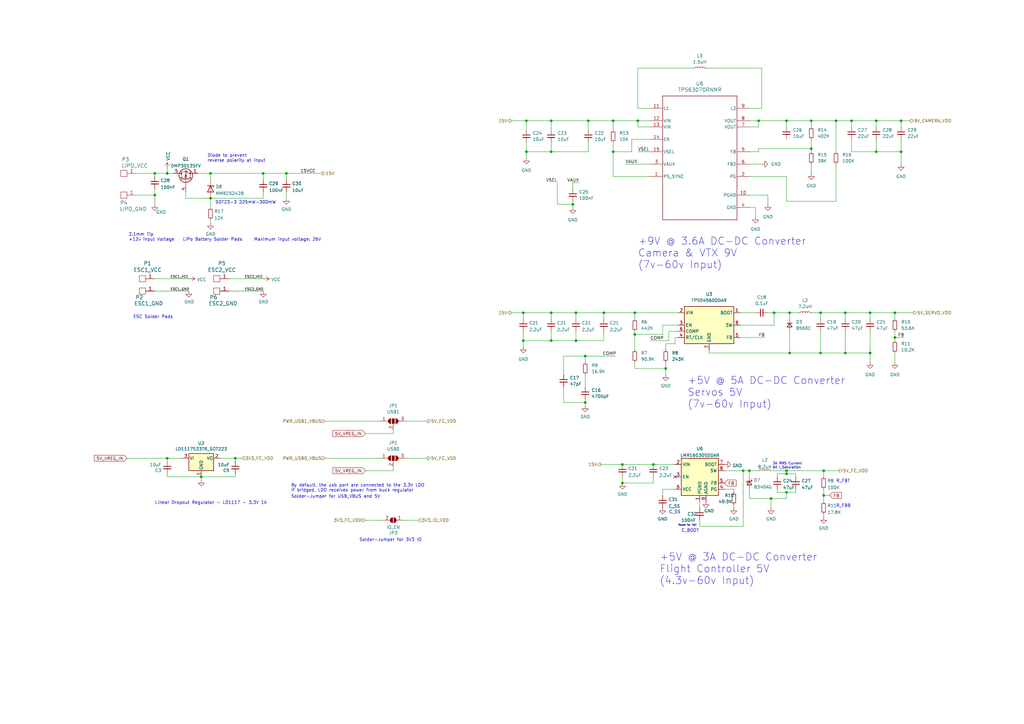
<source format=kicad_sch>
(kicad_sch (version 20230121) (generator eeschema)
  (paper "A3")
  (junction (at 356.87 144.78))
  (junction (at 369.57 49.53))
  (junction (at 323.85 128.27))
  (junction (at 356.87 128.27))
  (junction (at 322.58 194.31))
  (junction (at 367.03 128.27))
  (junction (at 349.25 49.53))
  (junction (at 317.5 128.27))
  (junction (at 214.63 139.7))
  (junction (at 107.95 71.12))
  (junction (at 96.52 187.96))
  (junction (at 82.55 195.58))
  (junction (at 226.06 128.27))
  (junction (at 234.95 83.82))
  (junction (at 240.03 146.05))
  (junction (at 273.05 151.13))
  (junction (at 323.85 144.78))
  (junction (at 255.27 190.5))
  (junction (at 260.35 128.27))
  (junction (at 346.71 144.78))
  (junction (at 369.57 62.23))
  (junction (at 322.58 49.53))
  (junction (at 367.03 138.43))
  (junction (at 247.65 128.27))
  (junction (at 251.46 62.23))
  (junction (at 332.74 49.53))
  (junction (at 261.62 49.53))
  (junction (at 68.58 71.12))
  (junction (at 251.46 49.53))
  (junction (at 63.5 80.01))
  (junction (at 316.23 204.47))
  (junction (at 307.34 193.04))
  (junction (at 336.55 128.27))
  (junction (at 337.82 203.2))
  (junction (at 215.9 49.53))
  (junction (at 68.58 187.96))
  (junction (at 240.03 165.1))
  (junction (at 255.27 198.12))
  (junction (at 236.22 139.7))
  (junction (at 359.41 49.53))
  (junction (at 86.36 81.28))
  (junction (at 260.35 137.16))
  (junction (at 342.9 49.53))
  (junction (at 63.5 71.12))
  (junction (at 337.82 193.04))
  (junction (at 226.06 49.53))
  (junction (at 346.71 128.27))
  (junction (at 267.97 190.5))
  (junction (at 332.74 60.96))
  (junction (at 304.8 193.04))
  (junction (at 336.55 144.78))
  (junction (at 322.58 193.04))
  (junction (at 226.06 62.23))
  (junction (at 215.9 62.23))
  (junction (at 226.06 139.7))
  (junction (at 311.15 49.53))
  (junction (at 236.22 128.27))
  (junction (at 359.41 62.23))
  (junction (at 322.58 201.93))
  (junction (at 117.475 71.12))
  (junction (at 214.63 128.27))
  (junction (at 86.36 71.12))
  (junction (at 241.3 49.53))
  (no_connect (at 276.86 195.58))
  (wire (pts (xy 149.86 213.36) (xy 157.48 213.36)))
  (wire (pts (xy 261.62 27.94) (xy 284.48 27.94)))
  (wire (pts (xy 276.86 140.97) (xy 273.05 140.97)))
  (wire (pts (xy 342.9 49.53) (xy 332.74 49.53)))
  (wire (pts (xy 336.55 144.78) (xy 323.85 144.78)))
  (wire (pts (xy 311.15 60.96) (xy 332.74 60.96)))
  (wire (pts (xy 215.9 58.42) (xy 215.9 62.23)))
  (wire (pts (xy 226.06 128.27) (xy 226.06 130.81)))
  (wire (pts (xy 349.25 57.15) (xy 349.25 62.23)))
  (wire (pts (xy 260.35 151.13) (xy 273.05 151.13)))
  (wire (pts (xy 86.36 90.17) (xy 86.36 91.44)))
  (wire (pts (xy 278.13 135.89) (xy 274.32 135.89)))
  (wire (pts (xy 237.49 74.93) (xy 234.95 74.93)))
  (wire (pts (xy 307.34 204.47) (xy 316.23 204.47)))
  (wire (pts (xy 337.82 210.82) (xy 337.82 212.09)))
  (wire (pts (xy 359.41 49.53) (xy 349.25 49.53)))
  (wire (pts (xy 326.39 195.58) (xy 326.39 194.31)))
  (wire (pts (xy 369.57 52.07) (xy 369.57 49.53)))
  (wire (pts (xy 165.1 213.36) (xy 171.45 213.36)))
  (wire (pts (xy 326.39 201.93) (xy 322.58 201.93)))
  (wire (pts (xy 215.9 62.23) (xy 215.9 64.77)))
  (wire (pts (xy 55.88 71.12) (xy 63.5 71.12)))
  (wire (pts (xy 251.46 62.23) (xy 259.08 62.23)))
  (wire (pts (xy 261.62 49.53) (xy 266.7 49.53)))
  (wire (pts (xy 322.58 204.47) (xy 316.23 204.47)))
  (wire (pts (xy 236.22 128.27) (xy 236.22 130.81)))
  (wire (pts (xy 307.34 200.66) (xy 307.34 204.47)))
  (wire (pts (xy 76.2 78.74) (xy 76.2 81.28)))
  (wire (pts (xy 356.87 135.89) (xy 356.87 144.78)))
  (wire (pts (xy 63.5 114.3) (xy 77.47 114.3)))
  (wire (pts (xy 367.03 138.43) (xy 367.03 139.7)))
  (wire (pts (xy 266.7 52.07) (xy 261.62 52.07)))
  (wire (pts (xy 322.58 201.93) (xy 322.58 204.47)))
  (wire (pts (xy 369.57 49.53) (xy 359.41 49.53)))
  (wire (pts (xy 332.74 57.15) (xy 332.74 60.96)))
  (wire (pts (xy 326.39 194.31) (xy 322.58 194.31)))
  (wire (pts (xy 311.15 49.53) (xy 322.58 49.53)))
  (wire (pts (xy 276.86 200.66) (xy 271.78 200.66)))
  (wire (pts (xy 300.99 200.66) (xy 300.99 201.93)))
  (wire (pts (xy 307.34 193.04) (xy 311.15 193.04)))
  (wire (pts (xy 289.56 27.94) (xy 312.42 27.94)))
  (wire (pts (xy 82.55 195.58) (xy 68.58 195.58)))
  (wire (pts (xy 240.03 153.67) (xy 240.03 158.75)))
  (wire (pts (xy 287.02 205.74) (xy 287.02 208.28)))
  (wire (pts (xy 86.36 71.12) (xy 86.36 73.66)))
  (wire (pts (xy 228.6 83.82) (xy 234.95 83.82)))
  (wire (pts (xy 63.5 71.12) (xy 63.5 72.39)))
  (wire (pts (xy 322.58 201.93) (xy 318.77 201.93)))
  (wire (pts (xy 337.82 203.2) (xy 337.82 205.74)))
  (wire (pts (xy 359.41 62.23) (xy 369.57 62.23)))
  (wire (pts (xy 322.58 193.04) (xy 322.58 194.31)))
  (wire (pts (xy 236.22 135.89) (xy 236.22 139.7)))
  (wire (pts (xy 332.74 128.27) (xy 336.55 128.27)))
  (wire (pts (xy 241.3 58.42) (xy 241.3 62.23)))
  (wire (pts (xy 260.35 135.89) (xy 260.35 137.16)))
  (wire (pts (xy 99.06 187.96) (xy 96.52 187.96)))
  (wire (pts (xy 226.06 135.89) (xy 226.06 139.7)))
  (wire (pts (xy 337.82 200.66) (xy 337.82 203.2)))
  (wire (pts (xy 304.8 193.04) (xy 307.34 193.04)))
  (wire (pts (xy 266.7 44.45) (xy 261.62 44.45)))
  (wire (pts (xy 337.82 203.2) (xy 340.36 203.2)))
  (wire (pts (xy 86.36 81.28) (xy 86.36 85.09)))
  (wire (pts (xy 314.96 83.82) (xy 314.96 80.01)))
  (wire (pts (xy 287.02 213.36) (xy 287.02 215.9)))
  (wire (pts (xy 303.53 138.43) (xy 313.69 138.43)))
  (wire (pts (xy 356.87 128.27) (xy 367.03 128.27)))
  (wire (pts (xy 215.9 49.53) (xy 215.9 53.34)))
  (wire (pts (xy 278.13 138.43) (xy 276.86 138.43)))
  (wire (pts (xy 367.03 144.78) (xy 367.03 148.59)))
  (wire (pts (xy 273.05 151.13) (xy 273.05 153.67)))
  (wire (pts (xy 156.21 187.96) (xy 133.35 187.96)))
  (wire (pts (xy 228.6 74.93) (xy 228.6 83.82)))
  (wire (pts (xy 107.95 81.28) (xy 86.36 81.28)))
  (wire (pts (xy 322.58 82.55) (xy 342.9 82.55)))
  (wire (pts (xy 322.58 49.53) (xy 322.58 52.07)))
  (wire (pts (xy 342.9 67.31) (xy 342.9 82.55)))
  (wire (pts (xy 367.03 135.89) (xy 367.03 138.43)))
  (wire (pts (xy 307.34 72.39) (xy 322.58 72.39)))
  (wire (pts (xy 322.58 193.04) (xy 337.82 193.04)))
  (wire (pts (xy 82.55 195.58) (xy 96.52 195.58)))
  (wire (pts (xy 63.5 80.01) (xy 63.5 83.82)))
  (wire (pts (xy 96.52 187.96) (xy 96.52 189.23)))
  (wire (pts (xy 349.25 49.53) (xy 342.9 49.53)))
  (wire (pts (xy 234.95 74.93) (xy 234.95 77.47)))
  (wire (pts (xy 323.85 135.89) (xy 323.85 144.78)))
  (wire (pts (xy 236.22 139.7) (xy 226.06 139.7)))
  (wire (pts (xy 349.25 52.07) (xy 349.25 49.53)))
  (wire (pts (xy 90.17 187.96) (xy 96.52 187.96)))
  (wire (pts (xy 266.7 139.7) (xy 274.32 139.7)))
  (wire (pts (xy 309.88 88.9) (xy 309.88 85.09)))
  (wire (pts (xy 318.77 194.31) (xy 318.77 195.58)))
  (wire (pts (xy 278.13 128.27) (xy 260.35 128.27)))
  (wire (pts (xy 81.28 71.12) (xy 86.36 71.12)))
  (wire (pts (xy 307.34 52.07) (xy 311.15 52.07)))
  (wire (pts (xy 317.5 133.35) (xy 317.5 128.27)))
  (wire (pts (xy 63.5 77.47) (xy 63.5 80.01)))
  (wire (pts (xy 241.3 49.53) (xy 251.46 49.53)))
  (wire (pts (xy 307.34 62.23) (xy 311.15 62.23)))
  (wire (pts (xy 231.14 165.1) (xy 240.03 165.1)))
  (wire (pts (xy 271.78 133.35) (xy 271.78 137.16)))
  (wire (pts (xy 322.58 194.31) (xy 318.77 194.31)))
  (wire (pts (xy 247.65 128.27) (xy 247.65 130.81)))
  (wire (pts (xy 266.7 72.39) (xy 251.46 72.39)))
  (wire (pts (xy 323.85 128.27) (xy 327.66 128.27)))
  (wire (pts (xy 55.88 80.01) (xy 63.5 80.01)))
  (wire (pts (xy 356.87 128.27) (xy 356.87 130.81)))
  (wire (pts (xy 241.3 62.23) (xy 226.06 62.23)))
  (wire (pts (xy 231.14 146.05) (xy 240.03 146.05)))
  (wire (pts (xy 367.03 138.43) (xy 370.84 138.43)))
  (wire (pts (xy 161.29 176.53) (xy 161.29 177.8)))
  (wire (pts (xy 260.35 128.27) (xy 247.65 128.27)))
  (wire (pts (xy 297.18 193.04) (xy 304.8 193.04)))
  (wire (pts (xy 337.82 193.04) (xy 337.82 195.58)))
  (wire (pts (xy 259.08 57.15) (xy 259.08 62.23)))
  (wire (pts (xy 311.15 52.07) (xy 311.15 49.53)))
  (wire (pts (xy 241.3 49.53) (xy 241.3 53.34)))
  (wire (pts (xy 68.58 195.58) (xy 68.58 194.31)))
  (wire (pts (xy 234.95 82.55) (xy 234.95 83.82)))
  (wire (pts (xy 234.95 83.82) (xy 234.95 85.09)))
  (wire (pts (xy 226.06 139.7) (xy 214.63 139.7)))
  (wire (pts (xy 311.15 62.23) (xy 311.15 60.96)))
  (wire (pts (xy 304.8 215.9) (xy 304.8 193.04)))
  (wire (pts (xy 307.34 49.53) (xy 311.15 49.53)))
  (wire (pts (xy 317.5 128.27) (xy 323.85 128.27)))
  (wire (pts (xy 68.58 187.96) (xy 68.58 189.23)))
  (wire (pts (xy 278.13 133.35) (xy 271.78 133.35)))
  (wire (pts (xy 240.03 165.1) (xy 240.03 166.37)))
  (wire (pts (xy 82.55 195.58) (xy 82.55 196.85)))
  (wire (pts (xy 226.06 58.42) (xy 226.06 62.23)))
  (wire (pts (xy 336.55 128.27) (xy 336.55 130.81)))
  (wire (pts (xy 332.74 60.96) (xy 332.74 62.23)))
  (wire (pts (xy 251.46 49.53) (xy 251.46 53.34)))
  (wire (pts (xy 318.77 201.93) (xy 318.77 200.66)))
  (wire (pts (xy 303.53 133.35) (xy 317.5 133.35)))
  (wire (pts (xy 276.86 138.43) (xy 276.86 140.97)))
  (wire (pts (xy 314.96 128.27) (xy 317.5 128.27)))
  (wire (pts (xy 247.65 135.89) (xy 247.65 139.7)))
  (wire (pts (xy 356.87 144.78) (xy 356.87 148.59)))
  (wire (pts (xy 247.65 139.7) (xy 236.22 139.7)))
  (wire (pts (xy 246.38 190.5) (xy 255.27 190.5)))
  (wire (pts (xy 349.25 62.23) (xy 359.41 62.23)))
  (wire (pts (xy 260.35 128.27) (xy 260.35 130.81)))
  (wire (pts (xy 369.57 62.23) (xy 369.57 67.31)))
  (wire (pts (xy 256.54 67.31) (xy 266.7 67.31)))
  (wire (pts (xy 251.46 49.53) (xy 261.62 49.53)))
  (wire (pts (xy 316.23 193.04) (xy 322.58 193.04)))
  (wire (pts (xy 359.41 57.15) (xy 359.41 62.23)))
  (wire (pts (xy 74.93 187.96) (xy 68.58 187.96)))
  (wire (pts (xy 68.58 71.12) (xy 71.12 71.12)))
  (wire (pts (xy 303.53 128.27) (xy 309.88 128.27)))
  (wire (pts (xy 307.34 67.31) (xy 312.42 67.31)))
  (wire (pts (xy 346.71 144.78) (xy 336.55 144.78)))
  (wire (pts (xy 117.475 78.74) (xy 117.475 81.28)))
  (wire (pts (xy 251.46 62.23) (xy 251.46 72.39)))
  (wire (pts (xy 226.06 128.27) (xy 214.63 128.27)))
  (wire (pts (xy 336.55 135.89) (xy 336.55 144.78)))
  (wire (pts (xy 300.99 207.01) (xy 300.99 208.28)))
  (wire (pts (xy 117.475 71.12) (xy 132.08 71.12)))
  (wire (pts (xy 166.37 172.72) (xy 175.26 172.72)))
  (wire (pts (xy 337.82 193.04) (xy 344.17 193.04)))
  (wire (pts (xy 231.14 153.67) (xy 231.14 146.05)))
  (wire (pts (xy 93.98 119.38) (xy 107.95 119.38)))
  (wire (pts (xy 63.5 71.12) (xy 68.58 71.12)))
  (wire (pts (xy 231.14 158.75) (xy 231.14 165.1)))
  (wire (pts (xy 267.97 190.5) (xy 276.86 190.5)))
  (wire (pts (xy 214.63 128.27) (xy 214.63 130.81)))
  (wire (pts (xy 323.85 144.78) (xy 290.83 144.78)))
  (wire (pts (xy 346.71 128.27) (xy 356.87 128.27)))
  (wire (pts (xy 367.03 128.27) (xy 367.03 130.81)))
  (wire (pts (xy 52.07 187.96) (xy 68.58 187.96)))
  (wire (pts (xy 63.5 119.38) (xy 77.47 119.38)))
  (wire (pts (xy 273.05 148.59) (xy 273.05 151.13)))
  (wire (pts (xy 149.86 177.8) (xy 161.29 177.8)))
  (wire (pts (xy 68.58 69.215) (xy 68.58 71.12)))
  (wire (pts (xy 271.78 137.16) (xy 260.35 137.16)))
  (wire (pts (xy 76.2 81.28) (xy 86.36 81.28)))
  (wire (pts (xy 346.71 128.27) (xy 346.71 130.81)))
  (wire (pts (xy 367.03 128.27) (xy 374.65 128.27)))
  (wire (pts (xy 209.55 128.27) (xy 214.63 128.27)))
  (wire (pts (xy 117.475 71.12) (xy 107.95 71.12)))
  (wire (pts (xy 346.71 135.89) (xy 346.71 144.78)))
  (wire (pts (xy 290.83 143.51) (xy 290.83 144.78)))
  (wire (pts (xy 332.74 49.53) (xy 322.58 49.53)))
  (wire (pts (xy 314.96 80.01) (xy 307.34 80.01)))
  (wire (pts (xy 251.46 58.42) (xy 251.46 62.23)))
  (wire (pts (xy 215.9 49.53) (xy 226.06 49.53)))
  (wire (pts (xy 342.9 49.53) (xy 342.9 62.23)))
  (wire (pts (xy 260.35 137.16) (xy 260.35 143.51)))
  (wire (pts (xy 336.55 128.27) (xy 346.71 128.27)))
  (wire (pts (xy 356.87 144.78) (xy 346.71 144.78)))
  (wire (pts (xy 226.06 62.23) (xy 215.9 62.23)))
  (wire (pts (xy 312.42 44.45) (xy 307.34 44.45)))
  (wire (pts (xy 107.95 73.66) (xy 107.95 71.12)))
  (wire (pts (xy 267.97 198.12) (xy 255.27 198.12)))
  (wire (pts (xy 323.85 128.27) (xy 323.85 130.81)))
  (wire (pts (xy 260.35 148.59) (xy 260.35 151.13)))
  (wire (pts (xy 156.21 172.72) (xy 133.35 172.72)))
  (wire (pts (xy 359.41 52.07) (xy 359.41 49.53)))
  (wire (pts (xy 267.97 195.58) (xy 267.97 198.12)))
  (wire (pts (xy 274.32 135.89) (xy 274.32 139.7)))
  (wire (pts (xy 226.06 49.53) (xy 226.06 53.34)))
  (wire (pts (xy 247.65 128.27) (xy 236.22 128.27)))
  (wire (pts (xy 266.7 57.15) (xy 259.08 57.15)))
  (wire (pts (xy 316.23 204.47) (xy 316.23 208.28)))
  (wire (pts (xy 287.02 215.9) (xy 304.8 215.9)))
  (wire (pts (xy 332.74 67.31) (xy 332.74 71.12)))
  (wire (pts (xy 226.06 49.53) (xy 241.3 49.53)))
  (wire (pts (xy 271.78 200.66) (xy 271.78 203.2)))
  (wire (pts (xy 240.03 163.83) (xy 240.03 165.1)))
  (wire (pts (xy 322.58 72.39) (xy 322.58 82.55)))
  (wire (pts (xy 209.55 49.53) (xy 215.9 49.53)))
  (wire (pts (xy 240.03 146.05) (xy 252.73 146.05)))
  (wire (pts (xy 107.95 71.12) (xy 86.36 71.12)))
  (wire (pts (xy 261.62 62.23) (xy 266.7 62.23)))
  (wire (pts (xy 312.42 27.94) (xy 312.42 44.45)))
  (wire (pts (xy 236.22 128.27) (xy 226.06 128.27)))
  (wire (pts (xy 117.475 73.66) (xy 117.475 71.12)))
  (wire (pts (xy 261.62 49.53) (xy 261.62 52.07)))
  (wire (pts (xy 332.74 52.07) (xy 332.74 49.53)))
  (wire (pts (xy 326.39 200.66) (xy 326.39 201.93)))
  (wire (pts (xy 307.34 193.04) (xy 307.34 195.58)))
  (wire (pts (xy 369.57 49.53) (xy 373.38 49.53)))
  (wire (pts (xy 166.37 187.96) (xy 175.26 187.96)))
  (wire (pts (xy 149.86 193.04) (xy 161.29 193.04)))
  (wire (pts (xy 255.27 195.58) (xy 255.27 198.12)))
  (wire (pts (xy 107.95 78.74) (xy 107.95 81.28)))
  (wire (pts (xy 161.29 191.77) (xy 161.29 193.04)))
  (wire (pts (xy 96.52 195.58) (xy 96.52 194.31)))
  (wire (pts (xy 297.18 200.66) (xy 300.99 200.66)))
  (wire (pts (xy 369.57 62.23) (xy 369.57 57.15)))
  (wire (pts (xy 273.05 140.97) (xy 273.05 143.51)))
  (wire (pts (xy 240.03 146.05) (xy 240.03 148.59)))
  (wire (pts (xy 255.27 190.5) (xy 267.97 190.5)))
  (wire (pts (xy 93.98 114.3) (xy 107.95 114.3)))
  (wire (pts (xy 261.62 44.45) (xy 261.62 27.94)))
  (wire (pts (xy 214.63 139.7) (xy 214.63 142.24)))
  (wire (pts (xy 214.63 139.7) (xy 214.63 135.89)))
  (wire (pts (xy 309.88 85.09) (xy 307.34 85.09)))
  (text "3A RMS Current\n6A I_Saturation" (at 316.865 192.405 0) (effects (font (size 1 1)) (justify left bottom)))
  (text "Linear Dropout Regulator - LD1117 - 3.3V 1A" (at 63.5 207.01 0) (effects (font (size 1.27 1.27)) (justify left bottom)))
  (text "R_FBB" (at 342.9 208.28 0) (effects (font (size 1.27 1.27)) (justify left bottom)))
  (text "SOT23-3 225mW-300mW" (at 88.265 83.82 0) (effects (font (size 1.27 1.27)) (justify left bottom)))
  (text "ESC Solder Pads" (at 54.61 130.81 0) (effects (font (size 1.27 1.27)) (justify left bottom)))
  (text "C_BOOT" (at 279.4 218.44 0) (effects (font (size 1.27 1.27)) (justify left bottom)))
  (text "Maximum input voltage: 26V" (at 104.14 99.06 0) (effects (font (size 1.27 1.27)) (justify left bottom)))
  (text "+9V @ 3.6A DC-DC Converter \nCamera & VTX 9V\n(7v-60v Input)" (at 261.62 110.49 0) (effects (font (size 3 3)) (justify left bottom)))
  (text "Diode to prevent \nreverse polarity at input" (at 85.09 66.675 0) (effects (font (size 1.27 1.27)) (justify left bottom)))
  (text "C_SS" (at 274.32 210.82 0) (effects (font (size 1.27 1.27)) (justify left bottom)))
  (text "Rated for 16V" (at 278.13 215.9 0) (effects (font (size 0.7 0.7)) (justify left bottom)))
  (text "By default, the usb port are connected to the 3.3V LDO\nIf bridged, LDO receives power from buck regulator" (at 119.38 201.93 0) (effects (font (size 1.27 1.27)) (justify left bottom)))
  (text "Solder-Jumper for USB_VBUS and 5V" (at 119.38 204.47 0) (effects (font (size 1.27 1.27)) (justify left bottom)))
  (text "R_FBT" (at 342.9 198.12 0) (effects (font (size 1.27 1.27)) (justify left bottom)))
  (text "+5V @ 5A DC-DC Converter \nServos 5V\n(7v-60v Input)" (at 281.94 167.64 0) (effects (font (size 3 3)) (justify left bottom)))
  (text "2.1mm Tip\n+12v input Voltage" (at 52.705 99.06 0) (effects (font (size 1.27 1.27)) (justify left bottom)))
  (text "+5V @ 3A DC-DC Converter \nFlight Controller 5V\n(4.3v-60v Input)" (at 270.51 240.03 0) (effects (font (size 3 3)) (justify left bottom)))
  (text "Solder-Jumper for 3V3 IO" (at 147.32 222.25 0) (effects (font (size 1.27 1.27)) (justify left bottom)))
  (text "LiPo Battery Solder Pads" (at 74.93 99.06 0) (effects (font (size 1.27 1.27)) (justify left bottom)))
  (label "ESC2_GND" (at 100.33 119.38 0) (effects (font (size 0.9906 0.9906))))
  (label "ESC2_VCC" (at 100.33 114.3 0) (effects (font (size 0.9906 0.9906))))
  (label "ESC1_GND" (at 69.85 119.38 0) (effects (font (size 0.9906 0.9906))))
  (label "COMP" (at 266.7 139.7 0))
  (label "15VCC" (at 123.19 71.12 0))
  (label "VAUX" (at 237.49 74.93 180))
  (label "VSEL" (at 261.62 62.23 0))
  (label "FB" (at 313.69 138.43 180))
  (label "ESC1_VCC" (at 69.85 114.3 0) (effects (font (size 0.9906 0.9906))))
  (label "VAUX" (at 256.54 67.31 0))
  (label "VSEL" (at 228.6 74.93 180))
  (label "FB" (at 370.84 138.43 180))
  (label "COMP" (at 252.73 146.05 180))
  (global_label "5V_VREG_IN" (shape input) (at 149.86 177.8 180) (property "Intersheetrefs" "${INTERSHEET_REFS}" (effects hide)))
  (global_label "FB" (shape input) (at 297.18 198.12 0) (property "Intersheetrefs" "${INTERSHEET_REFS}" (effects hide)))
  (global_label "5V_VREG_IN" (shape input) (at 52.07 187.96 180) (property "Intersheetrefs" "${INTERSHEET_REFS}" (effects hide)))
  (global_label "5V_VREG_IN" (shape input) (at 149.86 193.04 180) (property "Intersheetrefs" "${INTERSHEET_REFS}" (effects hide)))
  (global_label "FB" (shape input) (at 340.36 203.2 0) (property "Intersheetrefs" "${INTERSHEET_REFS}" (effects hide)))
  (hierarchical_label "15V" (shape output) (at 132.08 71.12 0))
  (hierarchical_label "PWR_USB1_VBUS" (shape input) (at 133.35 172.72 180))
  (hierarchical_label "3V3_FC_VDD" (shape input) (at 149.86 213.36 180))
  (hierarchical_label "9V_CAMERA_VDD" (shape output) (at 373.38 49.53 0))
  (hierarchical_label "15V" (shape output) (at 209.55 128.27 180))
  (hierarchical_label "3V3_FC_VDD" (shape input) (at 99.06 187.96 0))
  (hierarchical_label "PWR_USB0_VBUS" (shape input) (at 133.35 187.96 180))
  (hierarchical_label "15V" (shape output) (at 209.55 49.53 180))
  (hierarchical_label "5V_FC_VDD" (shape output) (at 175.26 172.72 0))
  (hierarchical_label "3V3_IO_VDD" (shape input) (at 171.45 213.36 0))
  (hierarchical_label "5V_FC_VDD" (shape output) (at 344.17 193.04 0))
  (hierarchical_label "5V_SERVO_VDD" (shape output) (at 374.65 128.27 0))
  (hierarchical_label "5V_FC_VDD" (shape output) (at 175.26 187.96 0))
  (hierarchical_label "15V" (shape output) (at 246.38 190.5 180))
  (symbol (lib_id "Device:R_Small") (at 367.03 133.35 0) (unit 1)
    (property "Reference" "R10" (at 369.57 132.08 0) (effects (justify left)))
    (property "Value" "53.6K" (at 369.57 134.62 0) (effects (justify left)))
  )
  (symbol (lib_id "Device:C_Small") (at 117.475 76.2 0) (unit 1)
    (property "Reference" "C30" (at 119.7991 75.2978 0) (effects (justify left)))
    (property "Value" "10uF" (at 119.7991 78.0729 0) (effects (justify left)))
    (property "Footprint" "Capacitor_SMD:C_0402_1005Metric" (effects hide))
    (instances (project "hermes_v1" (path "" (reference "C30") (unit 1))) (project "m2-carrier" (path "" (reference "C?") (unit 1)) (path "" (reference "C3") (unit 1))))
  )
  (symbol (lib_name "GND_3") (lib_id "power:GND") (at 314.96 83.82 0) (unit 1)
    (property "Reference" "#PWR036" (effects hide))
    (property "Value" "GND" (at 314.96 88.9 0))
  )
  (symbol (lib_name "GND_2") (lib_id "power:GND") (at 367.03 148.59 0) (unit 1)
    (property "Reference" "#PWR019" (effects hide))
    (property "Value" "GND" (at 367.03 153.67 0))
  )
  (symbol (lib_id "Device:C_Small") (at 271.78 205.74 0) (unit 1)
    (property "Reference" "C31" (at 274.1041 204.8378 0) (effects (justify left)))
    (property "Value" "C_SS" (at 274.1041 207.6129 0) (effects (justify left)))
    (property "Footprint" "Capacitor_SMD:C_0402_1005Metric" (effects hide))
    (instances (project "hermes_v1" (path "" (reference "C31") (unit 1))) (project "m2-carrier" (path "" (reference "C?") (unit 1)) (path "" (reference "C7") (unit 1))))
  )
  (symbol (lib_id "power:GND") (at 107.95 119.38 0) (unit 1)
    (property "Reference" "#PWR06" (effects hide))
    (property "Value" "GND" (at 108.077 123.7742 0))
    (instances (project "hermes_v1" (path "" (reference "#PWR06") (unit 1))) (project "m2-carrier" (path "" (reference "#PWR?") (unit 1)) (path "" (reference "#PWR07") (unit 1))))
  )
  (symbol (lib_id "Device:R_Small") (at 332.74 54.61 0) (unit 1)
    (property "Reference" "R14" (at 335.28 53.34 0) (effects (justify left)))
    (property "Value" "402K" (at 335.28 55.88 0) (effects (justify left)))
  )
  (symbol (lib_id "2023-11-30_05-20-42:TPS63070RNMR") (at 287.02 64.77 0) (unit 1)
    (property "Reference" "U6" (at 287.02 34.29 0) (effects (font (size 1.524 1.524))))
    (property "Value" "TPS63070RNMR" (at 287.02 36.83 0) (effects (font (size 1.524 1.524))))
    (property "Footprint" "TPS63070RNMR:RNM0015A" (effects hide))
    (property "Datasheet" "TPS63070RNMR" (effects hide))
  )
  (symbol (lib_id "hermes_v1-rescue:PAD_SMD-pkl_misc") (at 88.9 119.38 180) (unit 1)
    (property "Reference" "P6" (at 87.63 121.92 0) (effects (font (size 1.524 1.524))))
    (property "Value" "ESC2_GND" (at 91.44 124.46 0) (effects (font (size 1.524 1.524))))
    (property "Footprint" "TestPoint:TestPoint_Pad_D2.0mm" (effects hide))
    (instances (project "hermes_v1" (path "" (reference "P6") (unit 1))) (project "m2-carrier" (path "" (reference "P?") (unit 1)) (path "" (reference "P6") (unit 1))))
  )
  (symbol (lib_id "Device:C_Small") (at 326.39 198.12 180) (unit 1)
    (property "Reference" "C27" (at 328.7141 197.2051 0) (effects (justify right)))
    (property "Value" "47uF" (at 328.7141 199.9802 0) (effects (justify right)))
    (property "Footprint" "Capacitor_SMD:C_0402_1005Metric" (effects hide))
    (instances (project "hermes_v1" (path "" (reference "C27") (unit 1))) (project "m2-carrier" (path "" (reference "C?") (unit 1)) (path "" (reference "C11") (unit 1))))
  )
  (symbol (lib_id "Device:C_Small") (at 346.71 133.35 0) (unit 1)
    (property "Reference" "C20" (at 349.25 132.0863 0) (effects (justify left)))
    (property "Value" "47uF" (at 349.25 134.6263 0) (effects (justify left)))
  )
  (symbol (lib_id "Device:C_Small") (at 318.77 198.12 180) (unit 1)
    (property "Reference" "C24" (at 321.0941 197.2051 0) (effects (justify right)))
    (property "Value" "47uF" (at 321.0941 199.9802 0) (effects (justify right)))
    (property "Footprint" "Capacitor_SMD:C_0402_1005Metric" (effects hide))
    (instances (project "hermes_v1" (path "" (reference "C24") (unit 1))) (project "m2-carrier" (path "" (reference "C?") (unit 1)) (path "" (reference "C10") (unit 1))))
  )
  (symbol (lib_id "Transistor_FET:DMP3013SFV") (at 76.2 73.66 90) (unit 1)
    (property "Reference" "Q1" (at 76.2 65.2485 90))
    (property "Value" "DMP3013SFV" (at 76.2 68.0236 90))
    (property "Footprint" "Package_SON:Diodes_PowerDI3333-8" (effects hide))
    (property "Datasheet" "https://www.diodes.com/assets/Datasheets/DMP3013SFV.pdf" (effects hide))
    (property "LCSC" "C461072" (effects hide))
    (instances (project "hermes_v1" (path "" (reference "Q1") (unit 1))) (project "m2-carrier" (path "" (reference "Q?") (unit 1)) (path "" (reference "Q1") (unit 1))))
  )
  (symbol (lib_id "Regulator_Linear:LD1117S33TR_SOT223") (at 82.55 187.96 0) (unit 1)
    (property "Reference" "U2" (at 82.55 181.8132 0))
    (property "Value" "LD1117S33TR_SOT223" (at 82.55 184.1246 0))
    (property "Footprint" "Package_TO_SOT_SMD:SOT-223-3_TabPin2" (effects hide))
    (property "Datasheet" "http://www.st.com/st-web-ui/static/active/en/resource/technical/document/datasheet/CD00000544.pdf" (effects hide))
    (property "LCSC" "C347229" (effects hide))
    (instances (project "hermes_v1" (path "" (reference "U2") (unit 1))) (project "m2-carrier" (path "" (reference "U?") (unit 1)) (path "" (reference "U1") (unit 1))))
  )
  (symbol (lib_id "Device:C_Small") (at 234.95 80.01 0) (unit 1)
    (property "Reference" "C25" (at 237.49 78.7463 0) (effects (justify left)))
    (property "Value" "100nF" (at 237.49 81.2863 0) (effects (justify left)))
  )
  (symbol (lib_id "Device:C_Small") (at 107.95 76.2 0) (unit 1)
    (property "Reference" "C29" (at 110.2741 75.2978 0) (effects (justify left)))
    (property "Value" "100nF" (at 110.2741 78.0729 0) (effects (justify left)))
    (property "Footprint" "Capacitor_SMD:C_0402_1005Metric" (effects hide))
    (instances (project "hermes_v1" (path "" (reference "C29") (unit 1))) (project "m2-carrier" (path "" (reference "C?") (unit 1)) (path "" (reference "C2") (unit 1))))
  )
  (symbol (lib_id "Device:C_Small") (at 336.55 133.35 0) (unit 1)
    (property "Reference" "C19" (at 339.09 132.0863 0) (effects (justify left)))
    (property "Value" "47uF" (at 339.09 134.6263 0) (effects (justify left)))
  )
  (symbol (lib_id "Device:C_Small") (at 240.03 161.29 0) (unit 1)
    (property "Reference" "C16" (at 242.57 160.0263 0) (effects (justify left)))
    (property "Value" "4700pF" (at 242.57 162.5663 0) (effects (justify left)))
  )
  (symbol (lib_id "hermes_v1-rescue:PAD_SMD-pkl_misc") (at 50.8 80.01 180) (unit 1)
    (property "Reference" "P4" (at 50.8 83.185 0) (effects (font (size 1.524 1.524))))
    (property "Value" "LIPO_GND" (at 54.61 85.725 0) (effects (font (size 1.524 1.524))))
    (property "Footprint" "TestPoint:TestPoint_Pad_D2.0mm" (effects hide))
    (instances (project "hermes_v1" (path "" (reference "P4") (unit 1))) (project "m2-carrier" (path "" (reference "P?") (unit 1)) (path "" (reference "P2") (unit 1))))
  )
  (symbol (lib_id "power:GND") (at 297.18 190.5 90) (unit 1)
    (property "Reference" "#PWR01" (effects hide))
    (property "Value" "GND" (at 300.355 190.979 90) (effects (justify right)))
    (instances (project "hermes_v1" (path "" (reference "#PWR01") (unit 1))) (project "m2-carrier" (path "" (reference "#PWR?") (unit 1)) (path "" (reference "#PWR013") (unit 1))))
  )
  (symbol (lib_name "GND_3") (lib_id "power:GND") (at 234.95 85.09 0) (unit 1)
    (property "Reference" "#PWR032" (effects hide))
    (property "Value" "GND" (at 234.95 90.17 0))
  )
  (symbol (lib_id "Device:R_Small") (at 332.74 64.77 0) (unit 1)
    (property "Reference" "R15" (at 335.28 63.5 0) (effects (justify left)))
    (property "Value" "39K" (at 335.28 66.04 0) (effects (justify left)))
  )
  (symbol (lib_id "power:GND") (at 316.23 208.28 0) (unit 1)
    (property "Reference" "#PWR059" (effects hide))
    (property "Value" "GND" (at 316.23 212.8425 0))
    (instances (project "hermes_v1" (path "" (reference "#PWR059") (unit 1))) (project "m2-carrier" (path "" (reference "#PWR?") (unit 1)) (path "" (reference "#PWR016") (unit 1))))
  )
  (symbol (lib_id "Device:R_Small") (at 337.82 198.12 0) (unit 1)
    (property "Reference" "R8" (at 339.3186 197.2115 0) (effects (justify left)))
    (property "Value" "100K" (at 339.3186 199.9866 0) (effects (justify left)))
    (property "Footprint" "Resistor_SMD:R_0402_1005Metric" (effects hide))
    (instances (project "hermes_v1" (path "" (reference "R8") (unit 1))) (project "m2-carrier" (path "" (reference "R?") (unit 1)) (path "" (reference "R3") (unit 1))))
  )
  (symbol (lib_id "power:GND") (at 77.47 119.38 0) (unit 1)
    (property "Reference" "#PWR03" (effects hide))
    (property "Value" "GND" (at 77.597 123.7742 0))
    (instances (project "hermes_v1" (path "" (reference "#PWR03") (unit 1))) (project "m2-carrier" (path "" (reference "#PWR?") (unit 1)) (path "" (reference "#PWR04") (unit 1))))
  )
  (symbol (lib_id "Device:C_Small") (at 349.25 54.61 0) (unit 1)
    (property "Reference" "C27" (at 351.79 53.3463 0) (effects (justify left)))
    (property "Value" "22uF" (at 351.79 55.8863 0) (effects (justify left)))
    (property "Footprint" "Capacitor_SMD:C_0805_2012Metric" (effects hide))
  )
  (symbol (lib_id "Device:R_Small") (at 260.35 133.35 0) (unit 1)
    (property "Reference" "R6" (at 262.89 132.08 0) (effects (justify left)))
    (property "Value" "442K" (at 262.89 134.62 0) (effects (justify left)))
  )
  (symbol (lib_id "Device:R_Small") (at 337.82 208.28 0) (unit 1)
    (property "Reference" "R11" (at 339.3186 207.3715 0) (effects (justify left)))
    (property "Value" "17.8K" (at 339.3186 210.1466 0) (effects (justify left)))
    (property "Footprint" "Resistor_SMD:R_0402_1005Metric" (effects hide))
    (instances (project "hermes_v1" (path "" (reference "R11") (unit 1))) (project "m2-carrier" (path "" (reference "R?") (unit 1)) (path "" (reference "R4") (unit 1))))
  )
  (symbol (lib_id "Device:L_Small") (at 313.69 193.04 90) (unit 1)
    (property "Reference" "L2" (at 313.69 188.6925 90))
    (property "Value" "8.2uH" (at 313.69 191.4676 90))
    (property "Footprint" "Inductor_SMD:L_Bourns_SRP7028A_7.3x6.6mm" (effects hide))
    (property "LCSC" "Mouser 652-SRP7028AA-8R2M" (effects hide))
    (instances (project "hermes_v1" (path "" (reference "L2") (unit 1))) (project "m2-carrier" (path "" (reference "L?") (unit 1)) (path "" (reference "L1") (unit 1))))
  )
  (symbol (lib_id "Diode:BZV55C12") (at 86.36 77.47 270) (unit 1)
    (property "Reference" "D8" (at 88.392 76.5615 90) (effects (justify left)))
    (property "Value" "MMBZ5242B" (at 88.392 79.3366 90) (effects (justify left)))
    (property "Footprint" "Diode_SMD:D_SOT-23_ANK" (effects hide))
    (property "Datasheet" "https://assets.nexperia.com/documents/data-sheet/BZV55_SER.pdf" (effects hide))
    (property "LCSC" " C193729" (effects hide))
    (instances (project "hermes_v1" (path "" (reference "D8") (unit 1))) (project "m2-carrier" (path "" (reference "D?") (unit 1)) (path "" (reference "D1") (unit 1))))
  )
  (symbol (lib_id "Device:C_Small") (at 226.06 133.35 0) (unit 1)
    (property "Reference" "C21" (at 228.3841 132.4478 0) (effects (justify left)))
    (property "Value" "2.2uF" (at 228.3841 135.2229 0) (effects (justify left)))
    (property "Footprint" "Capacitor_SMD:C_0402_1005Metric" (effects hide))
    (instances (project "hermes_v1" (path "" (reference "C21") (unit 1))) (project "m2-carrier" (path "" (reference "C?") (unit 1)) (path "" (reference "C13") (unit 1))))
  )
  (symbol (lib_id "power:GND") (at 337.82 212.09 0) (unit 1)
    (property "Reference" "#PWR060" (effects hide))
    (property "Value" "GND" (at 337.82 216.6525 0))
    (instances (project "hermes_v1" (path "" (reference "#PWR060") (unit 1))) (project "m2-carrier" (path "" (reference "#PWR?") (unit 1)) (path "" (reference "#PWR018") (unit 1))))
  )
  (symbol (lib_id "power:VCC") (at 68.58 69.215 0) (unit 1)
    (property "Reference" "#PWR04" (effects hide))
    (property "Value" "VCC" (at 68.961 65.9638 90) (effects (justify left)))
    (instances (project "hermes_v1" (path "" (reference "#PWR04") (unit 1))) (project "m2-carrier" (path "" (reference "#PWR?") (unit 1)) (path "" (reference "#PWR02") (unit 1))))
  )
  (symbol (lib_id "Device:R_Small") (at 240.03 151.13 0) (unit 1)
    (property "Reference" "R9" (at 242.57 149.86 0) (effects (justify left)))
    (property "Value" "16.9K" (at 242.57 152.4 0) (effects (justify left)))
  )
  (symbol (lib_id "Device:R_Small") (at 86.36 87.63 0) (unit 1)
    (property "Reference" "R17" (at 87.8586 86.7215 0) (effects (justify left)))
    (property "Value" "12K" (at 87.8586 89.4966 0) (effects (justify left)))
    (property "Footprint" "Resistor_SMD:R_0402_1005Metric" (effects hide))
    (instances (project "hermes_v1" (path "" (reference "R17") (unit 1))) (project "m2-carrier" (path "" (reference "R?") (unit 1)) (path "" (reference "R1") (unit 1))))
  )
  (symbol (lib_id "Device:C_Small") (at 96.52 191.77 0) (unit 1)
    (property "Reference" "C5" (at 94.1832 192.9384 0) (effects (justify right)))
    (property "Value" "10uF" (at 94.1832 190.627 0) (effects (justify right)))
    (property "Footprint" "Capacitor_SMD:C_0402_1005Metric_Pad0.74x0.62mm_HandSolder" (effects hide))
    (instances (project "hermes_v1" (path "" (reference "C5") (unit 1))) (project "m2-carrier" (path "" (reference "C?") (unit 1)) (path "" (reference "C9") (unit 1))))
  )
  (symbol (lib_id "Device:L_Small") (at 287.02 27.94 90) (unit 1)
    (property "Reference" "L3" (at 287.02 22.86 90))
    (property "Value" "1.5uH" (at 287.02 25.4 90))
    (property "LCSC" "C3033018" (effects hide))
  )
  (symbol (lib_name "GND_3") (lib_id "power:GND") (at 332.74 71.12 0) (unit 1)
    (property "Reference" "#PWR034" (effects hide))
    (property "Value" "GND" (at 332.74 76.2 0))
  )
  (symbol (lib_id "Regulator_Switching:LMR33630ADDA") (at 287.02 195.58 0) (unit 1)
    (property "Reference" "U6" (at 287.02 183.9935 0))
    (property "Value" "LMR16030SDDAR" (at 287.02 186.7686 0))
    (property "Footprint" "Package_SO:Texas_HSOP-8-1EP_3.9x4.9mm_P1.27mm_ThermalVias" (effects hide))
    (property "Datasheet" "http://www.ti.com/lit/ds/symlink/lmr33630.pdf" (effects hide))
    (property "LCSC" "C136648" (effects hide))
    (instances (project "hermes_v1" (path "" (reference "U6") (unit 1))) (project "m2-carrier" (path "" (reference "U?") (unit 1)) (path "" (reference "U2") (unit 1))))
  )
  (symbol (lib_id "Device:C_Small") (at 359.41 54.61 0) (unit 1)
    (property "Reference" "C28" (at 361.95 53.3463 0) (effects (justify left)))
    (property "Value" "22uF" (at 361.95 55.8863 0) (effects (justify left)))
    (property "Footprint" "Capacitor_SMD:C_0805_2012Metric" (effects hide))
  )
  (symbol (lib_id "Jumper:SolderJumper_3_Open") (at 161.29 187.96 0) (unit 1)
    (property "Reference" "JP1" (at 161.29 181.61 0))
    (property "Value" "USB0" (at 161.29 184.15 0))
    (property "Footprint" "Jumper:SolderJumper-3_P1.3mm_Open_RoundedPad1.0x1.5mm_NumberLabels" (effects hide))
    (instances (project "hermes_v1" (path "" (reference "JP1") (unit 1))) (project "m2-carrier" (path "" (reference "JP?") (unit 1)) (path "" (reference "JP2") (unit 1))))
  )
  (symbol (lib_id "power:GND") (at 82.55 196.85 0) (unit 1)
    (property "Reference" "#PWR0101" (effects hide))
    (property "Value" "GND" (effects hide))
    (instances (project "hermes_v1" (path "" (reference "#PWR0101") (unit 1))) (project "m2-carrier" (path "" (reference "#PWR?") (unit 1)) (path "" (reference "#PWR011") (unit 1))))
  )
  (symbol (lib_id "Device:C_Small") (at 226.06 55.88 0) (unit 1)
    (property "Reference" "C23" (at 228.6 54.6163 0) (effects (justify left)))
    (property "Value" "10uF" (at 228.6 57.1563 0) (effects (justify left)))
    (property "Footprint" "Capacitor_SMD:C_0805_2012Metric" (effects hide))
  )
  (symbol (lib_name "GND_3") (lib_id "power:GND") (at 309.88 88.9 0) (unit 1)
    (property "Reference" "#PWR037" (effects hide))
    (property "Value" "GND" (at 309.88 93.98 0))
  )
  (symbol (lib_id "Device:C_Small") (at 369.57 54.61 0) (unit 1)
    (property "Reference" "C29" (at 372.11 53.3463 0) (effects (justify left)))
    (property "Value" "22uF" (at 372.11 55.8863 0) (effects (justify left)))
    (property "Footprint" "Capacitor_SMD:C_0805_2012Metric" (effects hide))
  )
  (symbol (lib_name "GND_3") (lib_id "power:GND") (at 312.42 67.31 90) (unit 1)
    (property "Reference" "#PWR033" (effects hide))
    (property "Value" "GND" (at 316.23 67.31 90) (effects (justify right)))
  )
  (symbol (lib_id "Device:C_Small") (at 322.58 54.61 0) (unit 1)
    (property "Reference" "C26" (at 325.12 53.3463 0) (effects (justify left)))
    (property "Value" "10uF" (at 325.12 55.8863 0) (effects (justify left)))
    (property "Footprint" "Capacitor_SMD:C_0603_1608Metric" (effects hide))
  )
  (symbol (lib_id "hermes_v1-rescue:PAD_SMD-pkl_misc") (at 58.42 119.38 180) (unit 1)
    (property "Reference" "P2" (at 57.15 121.92 0) (effects (font (size 1.524 1.524))))
    (property "Value" "ESC1_GND" (at 60.96 124.46 0) (effects (font (size 1.524 1.524))))
    (property "Footprint" "TestPoint:TestPoint_Pad_D2.0mm" (effects hide))
    (instances (project "hermes_v1" (path "" (reference "P2") (unit 1))) (project "m2-carrier" (path "" (reference "P?") (unit 1)) (path "" (reference "P4") (unit 1))))
  )
  (symbol (lib_id "Regulator_Switching:TPS54560BDDA") (at 290.83 133.35 0) (unit 1)
    (property "Reference" "U3" (at 290.83 120.65 0))
    (property "Value" "TPS54560DDAR" (at 290.83 123.19 0))
    (property "Footprint" "Package_SO:Texas_R-PDSO-G8_EP2.95x4.9mm_Mask2.4x3.1mm" (effects hide))
    (property "Datasheet" "https://www.ti.com/lit/ds/symlink/tps54560b.pdf" (effects hide))
  )
  (symbol (lib_id "Device:C_Small") (at 241.3 55.88 0) (unit 1)
    (property "Reference" "C22" (at 243.84 54.6163 0) (effects (justify left)))
    (property "Value" "10uF" (at 243.84 57.1563 0) (effects (justify left)))
    (property "Footprint" "Capacitor_SMD:C_0603_1608Metric" (effects hide))
  )
  (symbol (lib_id "Device:R_Small") (at 342.9 64.77 0) (unit 1)
    (property "Reference" "R16" (at 345.44 63.5 0) (effects (justify left)))
    (property "Value" "100K" (at 345.44 66.04 0) (effects (justify left)))
  )
  (symbol (lib_id "power:GND") (at 300.99 208.28 0) (unit 1)
    (property "Reference" "#PWR058" (effects hide))
    (property "Value" "GND" (at 300.99 212.8425 0))
    (instances (project "hermes_v1" (path "" (reference "#PWR058") (unit 1))) (project "m2-carrier" (path "" (reference "#PWR?") (unit 1)) (path "" (reference "#PWR015") (unit 1))))
  )
  (symbol (lib_id "power:GND") (at 356.87 148.59 0) (unit 1)
    (property "Reference" "#PWR057" (effects hide))
    (property "Value" "GND" (at 356.87 153.67 0))
    (instances (project "hermes_v1" (path "" (reference "#PWR057") (unit 1))) (project "m2-carrier" (path "" (reference "#PWR?") (unit 1)) (path "" (reference "#PWR027") (unit 1))))
  )
  (symbol (lib_id "power:VCC") (at 77.47 114.3 270) (unit 1)
    (property "Reference" "#PWR02" (effects hide))
    (property "Value" "VCC" (at 80.7212 114.681 90) (effects (justify left)))
    (instances (project "hermes_v1" (path "" (reference "#PWR02") (unit 1))) (project "m2-carrier" (path "" (reference "#PWR?") (unit 1)) (path "" (reference "#PWR03") (unit 1))))
  )
  (symbol (lib_name "GND_3") (lib_id "power:GND") (at 369.57 67.31 0) (unit 1)
    (property "Reference" "#PWR035" (effects hide))
    (property "Value" "GND" (at 369.57 72.39 0))
  )
  (symbol (lib_id "Device:C_Small") (at 312.42 128.27 270) (unit 1)
    (property "Reference" "C18" (at 312.4136 121.92 90))
    (property "Value" "0.1uF" (at 312.4136 124.46 90))
  )
  (symbol (lib_id "hermes_v1-rescue:PAD_SMD-pkl_misc") (at 58.42 114.3 180) (unit 1)
    (property "Reference" "P1" (at 60.5282 108.0262 0) (effects (font (size 1.524 1.524))))
    (property "Value" "ESC1_VCC" (at 60.5282 110.7186 0) (effects (font (size 1.524 1.524))))
    (property "Footprint" "TestPoint:TestPoint_Pad_2.0x2.0mm" (effects hide))
    (instances (project "hermes_v1" (path "" (reference "P1") (unit 1))) (project "m2-carrier" (path "" (reference "P?") (unit 1)) (path "" (reference "P3") (unit 1))))
  )
  (symbol (lib_id "Device:D_Small") (at 323.85 133.35 270) (unit 1)
    (property "Reference" "D3" (at 326.39 132.08 90) (effects (justify left)))
    (property "Value" "B560C" (at 326.39 134.62 90) (effects (justify left)))
    (property "Sim.Device" "D" (effects hide))
    (property "Sim.Pins" "1=K 2=A" (effects hide))
  )
  (symbol (lib_id "power:GND") (at 63.5 83.82 0) (unit 1)
    (property "Reference" "#PWR053" (effects hide))
    (property "Value" "GND" (at 66.04 86.995 0))
    (instances (project "hermes_v1" (path "" (reference "#PWR053") (unit 1))) (project "m2-carrier" (path "" (reference "#PWR?") (unit 1)) (path "" (reference "#PWR01") (unit 1))))
  )
  (symbol (lib_id "Device:R_Small") (at 251.46 55.88 0) (unit 1)
    (property "Reference" "R13" (at 254 54.61 0) (effects (justify left)))
    (property "Value" "10K" (at 254 57.15 0) (effects (justify left)))
  )
  (symbol (lib_id "Device:R_Small") (at 367.03 142.24 0) (unit 1)
    (property "Reference" "R11" (at 369.57 140.97 0) (effects (justify left)))
    (property "Value" "10.2K" (at 369.57 143.51 0) (effects (justify left)))
  )
  (symbol (lib_id "Jumper:SolderJumper_2_Open") (at 161.29 213.36 180) (unit 1)
    (property "Reference" "JP3" (at 161.29 218.567 0))
    (property "Value" "IO_EN" (at 161.29 216.2556 0))
    (property "Footprint" "Jumper:SolderJumper-2_P1.3mm_Open_RoundedPad1.0x1.5mm" (effects hide))
    (instances (project "hermes_v1" (path "" (reference "JP3") (unit 1))) (project "m2-carrier" (path "" (reference "JP?") (unit 1)) (path "" (reference "JP1") (unit 1))))
  )
  (symbol (lib_id "Device:C_Small") (at 68.58 191.77 0) (unit 1)
    (property "Reference" "C3" (at 66.2432 192.9384 0) (effects (justify right)))
    (property "Value" "10uF" (at 66.2432 190.627 0) (effects (justify right)))
    (property "Footprint" "Capacitor_SMD:C_0402_1005Metric_Pad0.74x0.62mm_HandSolder" (effects hide))
    (instances (project "hermes_v1" (path "" (reference "C3") (unit 1))) (project "m2-carrier" (path "" (reference "C?") (unit 1)) (path "" (reference "C6") (unit 1))))
  )
  (symbol (lib_id "power:VCC") (at 107.95 114.3 270) (unit 1)
    (property "Reference" "#PWR05" (effects hide))
    (property "Value" "VCC" (at 111.2012 114.681 90) (effects (justify left)))
    (instances (project "hermes_v1" (path "" (reference "#PWR05") (unit 1))) (project "m2-carrier" (path "" (reference "#PWR?") (unit 1)) (path "" (reference "#PWR06") (unit 1))))
  )
  (symbol (lib_id "Device:C_Small") (at 356.87 133.35 0) (unit 1)
    (property "Reference" "C21" (at 359.41 132.0863 0) (effects (justify left)))
    (property "Value" "47uF" (at 359.41 134.6263 0) (effects (justify left)))
  )
  (symbol (lib_id "Device:R_Small") (at 273.05 146.05 0) (unit 1)
    (property "Reference" "R8" (at 275.59 144.78 0) (effects (justify left)))
    (property "Value" "243K" (at 275.59 147.32 0) (effects (justify left)))
  )
  (symbol (lib_id "Device:C_Small") (at 247.65 133.35 0) (unit 1)
    (property "Reference" "C21" (at 249.9741 132.4478 0) (effects (justify left)))
    (property "Value" "2.2uF" (at 249.9741 135.2229 0) (effects (justify left)))
    (property "Footprint" "Capacitor_SMD:C_0402_1005Metric" (effects hide))
    (instances (project "hermes_v1" (path "" (reference "C21") (unit 1))) (project "m2-carrier" (path "" (reference "C?") (unit 1)) (path "" (reference "C15") (unit 1))))
  )
  (symbol (lib_id "power:GND") (at 271.78 208.28 0) (unit 1)
    (property "Reference" "#PWR057" (effects hide))
    (property "Value" "GND" (at 271.78 212.8425 0))
    (instances (project "hermes_v1" (path "" (reference "#PWR057") (unit 1))) (project "m2-carrier" (path "" (reference "#PWR?") (unit 1)) (path "" (reference "#PWR010") (unit 1))))
  )
  (symbol (lib_id "Device:C_Small") (at 236.22 133.35 0) (unit 1)
    (property "Reference" "C21" (at 238.5441 132.4478 0) (effects (justify left)))
    (property "Value" "2.2uF" (at 238.5441 135.2229 0) (effects (justify left)))
    (property "Footprint" "Capacitor_SMD:C_0402_1005Metric" (effects hide))
    (instances (project "hermes_v1" (path "" (reference "C21") (unit 1))) (project "m2-carrier" (path "" (reference "C?") (unit 1)) (path "" (reference "C14") (unit 1))))
  )
  (symbol (lib_id "power:GND") (at 255.27 198.12 0) (unit 1)
    (property "Reference" "#PWR052" (effects hide))
    (property "Value" "GND" (at 255.27 202.6825 0))
    (instances (project "hermes_v1" (path "" (reference "#PWR052") (unit 1))) (project "m2-carrier" (path "" (reference "#PWR?") (unit 1)) (path "" (reference "#PWR09") (unit 1))))
  )
  (symbol (lib_name "GND_3") (lib_id "power:GND") (at 215.9 64.77 0) (unit 1)
    (property "Reference" "#PWR031" (effects hide))
    (property "Value" "GND" (at 215.9 69.85 0))
  )
  (symbol (lib_id "Device:C_Small") (at 267.97 193.04 0) (unit 1)
    (property "Reference" "C23" (at 270.2941 192.1378 0) (effects (justify left)))
    (property "Value" "2.2uF" (at 270.2941 194.9129 0) (effects (justify left)))
    (property "Footprint" "Capacitor_SMD:C_0402_1005Metric" (effects hide))
    (instances (project "hermes_v1" (path "" (reference "C23") (unit 1))) (project "m2-carrier" (path "" (reference "C?") (unit 1)) (path "" (reference "C5") (unit 1))))
  )
  (symbol (lib_id "power:GND") (at 273.05 153.67 0) (unit 1)
    (property "Reference" "#PWR057" (effects hide))
    (property "Value" "GND" (at 273.05 158.2325 0))
    (instances (project "hermes_v1" (path "" (reference "#PWR057") (unit 1))) (project "m2-carrier" (path "" (reference "#PWR?") (unit 1)) (path "" (reference "#PWR025") (unit 1))))
  )
  (symbol (lib_id "Device:L_Small") (at 330.2 128.27 90) (unit 1)
    (property "Reference" "L2" (at 330.2 123.19 90))
    (property "Value" "7.2uH" (at 330.2 125.73 90))
  )
  (symbol (lib_id "power:GND") (at 240.03 166.37 0) (unit 1)
    (property "Reference" "#PWR057" (effects hide))
    (property "Value" "GND" (at 240.03 170.9325 0))
    (instances (project "hermes_v1" (path "" (reference "#PWR057") (unit 1))) (project "m2-carrier" (path "" (reference "#PWR?") (unit 1)) (path "" (reference "#PWR026") (unit 1))))
  )
  (symbol (lib_id "Device:C_Small") (at 214.63 133.35 0) (unit 1)
    (property "Reference" "C21" (at 216.9541 132.4478 0) (effects (justify left)))
    (property "Value" "2.2uF" (at 216.9541 135.2229 0) (effects (justify left)))
    (property "Footprint" "Capacitor_SMD:C_0402_1005Metric" (effects hide))
    (instances (project "hermes_v1" (path "" (reference "C21") (unit 1))) (project "m2-carrier" (path "" (reference "C?") (unit 1)) (path "" (reference "C12") (unit 1))))
  )
  (symbol (lib_id "Device:R_Small") (at 260.35 146.05 0) (unit 1)
    (property "Reference" "R7" (at 262.89 144.78 0) (effects (justify left)))
    (property "Value" "90.9K" (at 262.89 147.32 0) (effects (justify left)))
  )
  (symbol (lib_id "hermes_v1-rescue:PAD_SMD-pkl_misc") (at 50.8 71.12 180) (unit 1)
    (property "Reference" "P3" (at 51.435 65.405 0) (effects (font (size 1.524 1.524))))
    (property "Value" "LIPO_VCC" (at 55.245 67.945 0) (effects (font (size 1.524 1.524))))
    (property "Footprint" "TestPoint:TestPoint_Pad_2.0x2.0mm" (effects hide))
    (instances (project "hermes_v1" (path "" (reference "P3") (unit 1))) (project "m2-carrier" (path "" (reference "P?") (unit 1)) (path "" (reference "P1") (unit 1))))
  )
  (symbol (lib_id "Device:C_Small") (at 255.27 193.04 0) (unit 1)
    (property "Reference" "C21" (at 257.5941 192.1378 0) (effects (justify left)))
    (property "Value" "2.2uF" (at 257.5941 194.9129 0) (effects (justify left)))
    (property "Footprint" "Capacitor_SMD:C_0402_1005Metric" (effects hide))
    (instances (project "hermes_v1" (path "" (reference "C21") (unit 1))) (project "m2-carrier" (path "" (reference "C?") (unit 1)) (path "" (reference "C4") (unit 1))))
  )
  (symbol (lib_id "Device:C_Small") (at 63.5 74.93 0) (unit 1)
    (property "Reference" "C28" (at 65.8241 74.0278 0) (effects (justify left)))
    (property "Value" "100nF" (at 65.8241 76.8029 0) (effects (justify left)))
    (property "Footprint" "Capacitor_SMD:C_0402_1005Metric" (effects hide))
    (instances (project "hermes_v1" (path "" (reference "C28") (unit 1))) (project "m2-carrier" (path "" (reference "C?") (unit 1)) (path "" (reference "C1") (unit 1))))
  )
  (symbol (lib_id "power:GND") (at 289.56 205.74 0) (unit 1)
    (property "Reference" "#PWR055" (effects hide))
    (property "Value" "GND" (at 290.83 209.55 0))
    (instances (project "hermes_v1" (path "" (reference "#PWR055") (unit 1))) (project "m2-carrier" (path "" (reference "#PWR?") (unit 1)) (path "" (reference "#PWR012") (unit 1))))
  )
  (symbol (lib_id "power:GND") (at 86.36 91.44 0) (unit 1)
    (property "Reference" "#PWR062" (effects hide))
    (property "Value" "GND" (at 86.36 96.0025 0))
    (instances (project "hermes_v1" (path "" (reference "#PWR062") (unit 1))) (project "m2-carrier" (path "" (reference "#PWR?") (unit 1)) (path "" (reference "#PWR05") (unit 1))))
  )
  (symbol (lib_id "hermes_v1-rescue:PAD_SMD-pkl_misc") (at 88.9 114.3 180) (unit 1)
    (property "Reference" "P5" (at 91.0082 108.0262 0) (effects (font (size 1.524 1.524))))
    (property "Value" "ESC2_VCC" (at 91.0082 110.7186 0) (effects (font (size 1.524 1.524))))
    (property "Footprint" "TestPoint:TestPoint_Pad_2.0x2.0mm" (effects hide))
    (instances (project "hermes_v1" (path "" (reference "P5") (unit 1))) (project "m2-carrier" (path "" (reference "P?") (unit 1)) (path "" (reference "P5") (unit 1))))
  )
  (symbol (lib_id "Device:C_Small") (at 215.9 55.88 0) (unit 1)
    (property "Reference" "C24" (at 218.44 54.6163 0) (effects (justify left)))
    (property "Value" "10uF" (at 218.44 57.1563 0) (effects (justify left)))
    (property "Footprint" "Capacitor_SMD:C_0805_2012Metric" (effects hide))
  )
  (symbol (lib_id "Device:D_Schottky_Small") (at 307.34 198.12 270) (unit 1)
    (property "Reference" "D7" (at 309.118 196.9575 90) (effects (justify left)))
    (property "Value" "B340AG" (at 309.118 199.7326 90) (effects (justify left)))
    (property "Footprint" "Diode_SMD:D_SMB" (effects hide))
    (property "LCSC" "C433997" (effects hide))
    (instances (project "hermes_v1" (path "" (reference "D7") (unit 1))) (project "m2-carrier" (path "" (reference "D?") (unit 1)) (path "" (reference "D2") (unit 1))))
  )
  (symbol (lib_id "Device:C_Small") (at 287.02 210.82 0) (unit 1)
    (property "Reference" "C32" (at 281.94 210.82 0) (effects (justify left)))
    (property "Value" "100nF" (at 279.4 213.36 0) (effects (justify left)))
    (property "Footprint" "Capacitor_SMD:C_0402_1005Metric" (effects hide))
    (instances (project "hermes_v1" (path "" (reference "C32") (unit 1))) (project "m2-carrier" (path "" (reference "C?") (unit 1)) (path "" (reference "C8") (unit 1))))
  )
  (symbol (lib_name "GND_1") (lib_id "power:GND") (at 214.63 142.24 0) (unit 1)
    (property "Reference" "#PWR024" (effects hide))
    (property "Value" "GND" (at 214.63 147.32 0))
  )
  (symbol (lib_id "Device:C_Small") (at 231.14 156.21 0) (unit 1)
    (property "Reference" "C17" (at 233.68 154.9463 0) (effects (justify left)))
    (property "Value" "47pF" (at 233.68 157.4863 0) (effects (justify left)))
  )
  (symbol (lib_id "Device:R_Small") (at 300.99 204.47 0) (unit 1)
    (property "Reference" "R10" (at 297.18 203.2 0) (effects (justify left)))
    (property "Value" "49.9K" (at 294.64 205.74 0) (effects (justify left)))
    (property "Footprint" "Resistor_SMD:R_0402_1005Metric" (effects hide))
    (instances (project "hermes_v1" (path "" (reference "R10") (unit 1))) (project "m2-carrier" (path "" (reference "R?") (unit 1)) (path "" (reference "R2") (unit 1))))
  )
  (symbol (lib_id "Jumper:SolderJumper_3_Open") (at 161.29 172.72 0) (unit 1)
    (property "Reference" "JP1" (at 161.29 166.37 0))
    (property "Value" "USB1" (at 161.29 168.91 0))
    (property "Footprint" "Jumper:SolderJumper-3_P1.3mm_Open_RoundedPad1.0x1.5mm_NumberLabels" (effects hide))
    (instances (project "hermes_v1" (path "" (reference "JP1") (unit 1))) (project "m2-carrier" (path "" (reference "JP?") (unit 1)) (path "" (reference "JP3") (unit 1))))
  )
  (symbol (lib_id "power:GND") (at 117.475 81.28 0) (unit 1)
    (property "Reference" "#PWR056" (effects hide))
    (property "Value" "GND" (at 117.475 85.8425 0))
    (instances (project "hermes_v1" (path "" (reference "#PWR056") (unit 1))) (project "m2-carrier" (path "" (reference "#PWR?") (unit 1)) (path "" (reference "#PWR08") (unit 1))))
  )
)
</source>
